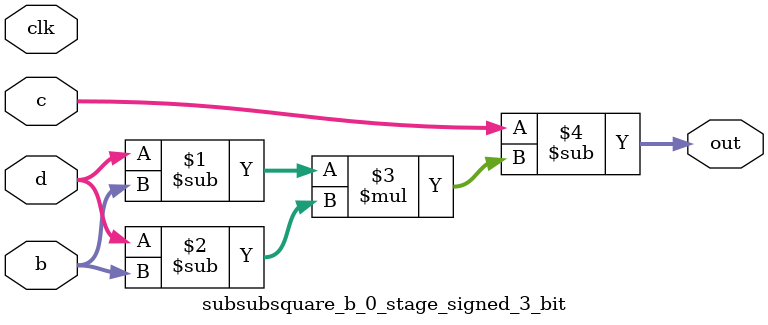
<source format=sv>
(* use_dsp = "yes" *) module subsubsquare_b_0_stage_signed_3_bit(
	input signed [2:0] b,
	input signed [2:0] c,
	input signed [2:0] d,
	output [2:0] out,
	input clk);

	assign out = c - ((d - b) * (d - b));
endmodule

</source>
